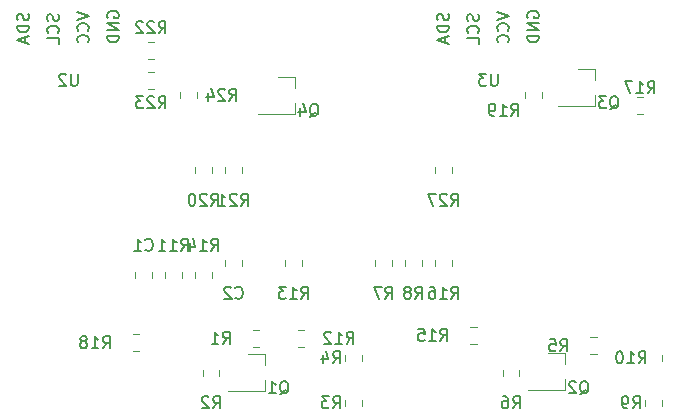
<source format=gbr>
G04 #@! TF.GenerationSoftware,KiCad,Pcbnew,5.1.5-52549c5~86~ubuntu19.04.1*
G04 #@! TF.CreationDate,2020-12-26T14:33:06+01:00*
G04 #@! TF.ProjectId,high-accuracy-logging-volt-ampmeter,68696768-2d61-4636-9375-726163792d6c,v1.0*
G04 #@! TF.SameCoordinates,Original*
G04 #@! TF.FileFunction,Legend,Bot*
G04 #@! TF.FilePolarity,Positive*
%FSLAX46Y46*%
G04 Gerber Fmt 4.6, Leading zero omitted, Abs format (unit mm)*
G04 Created by KiCad (PCBNEW 5.1.5-52549c5~86~ubuntu19.04.1) date 2020-12-26 14:33:06*
%MOMM*%
%LPD*%
G04 APERTURE LIST*
%ADD10C,0.120000*%
%ADD11C,0.150000*%
G04 APERTURE END LIST*
D10*
X167765000Y-77795000D02*
X166305000Y-77795000D01*
X167765000Y-80955000D02*
X164605000Y-80955000D01*
X167765000Y-80955000D02*
X167765000Y-80025000D01*
X167765000Y-77795000D02*
X167765000Y-78725000D01*
X154230000Y-94495252D02*
X154230000Y-93972748D01*
X155650000Y-94495252D02*
X155650000Y-93972748D01*
X157741252Y-101040000D02*
X157218748Y-101040000D01*
X157741252Y-99620000D02*
X157218748Y-99620000D01*
X141530000Y-94495252D02*
X141530000Y-93972748D01*
X142950000Y-94495252D02*
X142950000Y-93972748D01*
X142613748Y-99865000D02*
X143136252Y-99865000D01*
X142613748Y-101285000D02*
X143136252Y-101285000D01*
X151690000Y-94491552D02*
X151690000Y-93969048D01*
X153110000Y-94491552D02*
X153110000Y-93969048D01*
X149150000Y-93969048D02*
X149150000Y-94491552D01*
X150570000Y-93969048D02*
X150570000Y-94491552D01*
X129913748Y-75490000D02*
X130436252Y-75490000D01*
X129913748Y-76910000D02*
X130436252Y-76910000D01*
X161850000Y-80271252D02*
X161850000Y-79748748D01*
X163270000Y-80271252D02*
X163270000Y-79748748D01*
X132640000Y-80271252D02*
X132640000Y-79748748D01*
X134060000Y-80271252D02*
X134060000Y-79748748D01*
X129166252Y-101675000D02*
X128643748Y-101675000D01*
X129166252Y-100255000D02*
X128643748Y-100255000D01*
X136450000Y-94495252D02*
X136450000Y-93972748D01*
X137870000Y-94495252D02*
X137870000Y-93972748D01*
X130250000Y-94988748D02*
X130250000Y-95511252D01*
X128830000Y-94988748D02*
X128830000Y-95511252D01*
X133910000Y-95511252D02*
X133910000Y-94988748D01*
X135330000Y-95511252D02*
X135330000Y-94988748D01*
X132790000Y-94988748D02*
X132790000Y-95511252D01*
X131370000Y-94988748D02*
X131370000Y-95511252D01*
X171315748Y-80189000D02*
X171838252Y-80189000D01*
X171315748Y-81609000D02*
X171838252Y-81609000D01*
X129913748Y-78030000D02*
X130436252Y-78030000D01*
X129913748Y-79450000D02*
X130436252Y-79450000D01*
X161365000Y-103243748D02*
X161365000Y-103766252D01*
X159945000Y-103243748D02*
X159945000Y-103766252D01*
X138803748Y-101294000D02*
X139326252Y-101294000D01*
X138803748Y-99874000D02*
X139326252Y-99874000D01*
X167901252Y-100509000D02*
X167378748Y-100509000D01*
X167901252Y-101929000D02*
X167378748Y-101929000D01*
X134545000Y-103766252D02*
X134545000Y-103243748D01*
X135965000Y-103766252D02*
X135965000Y-103243748D01*
X172010000Y-102496252D02*
X172010000Y-101973748D01*
X173430000Y-102496252D02*
X173430000Y-101973748D01*
X172010000Y-106306252D02*
X172010000Y-105783748D01*
X173430000Y-106306252D02*
X173430000Y-105783748D01*
X146610000Y-102496252D02*
X146610000Y-101973748D01*
X148030000Y-102496252D02*
X148030000Y-101973748D01*
X146610000Y-106306252D02*
X146610000Y-105783748D01*
X148030000Y-106306252D02*
X148030000Y-105783748D01*
X142365000Y-78430000D02*
X140905000Y-78430000D01*
X142365000Y-81590000D02*
X139205000Y-81590000D01*
X142365000Y-81590000D02*
X142365000Y-80660000D01*
X142365000Y-78430000D02*
X142365000Y-79360000D01*
X165225000Y-101798000D02*
X163765000Y-101798000D01*
X165225000Y-104958000D02*
X162065000Y-104958000D01*
X165225000Y-104958000D02*
X165225000Y-104028000D01*
X165225000Y-101798000D02*
X165225000Y-102728000D01*
X139825000Y-101925000D02*
X139825000Y-102855000D01*
X139825000Y-105085000D02*
X139825000Y-104155000D01*
X139825000Y-105085000D02*
X136665000Y-105085000D01*
X139825000Y-101925000D02*
X138365000Y-101925000D01*
X154230000Y-86621252D02*
X154230000Y-86098748D01*
X155650000Y-86621252D02*
X155650000Y-86098748D01*
X136450000Y-86621252D02*
X136450000Y-86098748D01*
X137870000Y-86621252D02*
X137870000Y-86098748D01*
X133910000Y-86621252D02*
X133910000Y-86098748D01*
X135330000Y-86621252D02*
X135330000Y-86098748D01*
D11*
X123951904Y-78192380D02*
X123951904Y-79001904D01*
X123904285Y-79097142D01*
X123856666Y-79144761D01*
X123761428Y-79192380D01*
X123570952Y-79192380D01*
X123475714Y-79144761D01*
X123428095Y-79097142D01*
X123380476Y-79001904D01*
X123380476Y-78192380D01*
X122951904Y-78287619D02*
X122904285Y-78240000D01*
X122809047Y-78192380D01*
X122570952Y-78192380D01*
X122475714Y-78240000D01*
X122428095Y-78287619D01*
X122380476Y-78382857D01*
X122380476Y-78478095D01*
X122428095Y-78620952D01*
X122999523Y-79192380D01*
X122380476Y-79192380D01*
X126500000Y-73435785D02*
X126452380Y-73340547D01*
X126452380Y-73197690D01*
X126500000Y-73054833D01*
X126595238Y-72959595D01*
X126690476Y-72911976D01*
X126880952Y-72864357D01*
X127023809Y-72864357D01*
X127214285Y-72911976D01*
X127309523Y-72959595D01*
X127404761Y-73054833D01*
X127452380Y-73197690D01*
X127452380Y-73292928D01*
X127404761Y-73435785D01*
X127357142Y-73483404D01*
X127023809Y-73483404D01*
X127023809Y-73292928D01*
X127452380Y-73911976D02*
X126452380Y-73911976D01*
X127452380Y-74483404D01*
X126452380Y-74483404D01*
X127452380Y-74959595D02*
X126452380Y-74959595D01*
X126452380Y-75197690D01*
X126500000Y-75340547D01*
X126595238Y-75435785D01*
X126690476Y-75483404D01*
X126880952Y-75531023D01*
X127023809Y-75531023D01*
X127214285Y-75483404D01*
X127309523Y-75435785D01*
X127404761Y-75340547D01*
X127452380Y-75197690D01*
X127452380Y-74959595D01*
X123912380Y-72959595D02*
X124912380Y-73292928D01*
X123912380Y-73626261D01*
X124817142Y-74531023D02*
X124864761Y-74483404D01*
X124912380Y-74340547D01*
X124912380Y-74245309D01*
X124864761Y-74102452D01*
X124769523Y-74007214D01*
X124674285Y-73959595D01*
X124483809Y-73911976D01*
X124340952Y-73911976D01*
X124150476Y-73959595D01*
X124055238Y-74007214D01*
X123960000Y-74102452D01*
X123912380Y-74245309D01*
X123912380Y-74340547D01*
X123960000Y-74483404D01*
X124007619Y-74531023D01*
X124817142Y-75531023D02*
X124864761Y-75483404D01*
X124912380Y-75340547D01*
X124912380Y-75245309D01*
X124864761Y-75102452D01*
X124769523Y-75007214D01*
X124674285Y-74959595D01*
X124483809Y-74911976D01*
X124340952Y-74911976D01*
X124150476Y-74959595D01*
X124055238Y-75007214D01*
X123960000Y-75102452D01*
X123912380Y-75245309D01*
X123912380Y-75340547D01*
X123960000Y-75483404D01*
X124007619Y-75531023D01*
X122324761Y-73150071D02*
X122372380Y-73292928D01*
X122372380Y-73531023D01*
X122324761Y-73626261D01*
X122277142Y-73673880D01*
X122181904Y-73721500D01*
X122086666Y-73721500D01*
X121991428Y-73673880D01*
X121943809Y-73626261D01*
X121896190Y-73531023D01*
X121848571Y-73340547D01*
X121800952Y-73245309D01*
X121753333Y-73197690D01*
X121658095Y-73150071D01*
X121562857Y-73150071D01*
X121467619Y-73197690D01*
X121420000Y-73245309D01*
X121372380Y-73340547D01*
X121372380Y-73578642D01*
X121420000Y-73721500D01*
X122277142Y-74721500D02*
X122324761Y-74673880D01*
X122372380Y-74531023D01*
X122372380Y-74435785D01*
X122324761Y-74292928D01*
X122229523Y-74197690D01*
X122134285Y-74150071D01*
X121943809Y-74102452D01*
X121800952Y-74102452D01*
X121610476Y-74150071D01*
X121515238Y-74197690D01*
X121420000Y-74292928D01*
X121372380Y-74435785D01*
X121372380Y-74531023D01*
X121420000Y-74673880D01*
X121467619Y-74721500D01*
X122372380Y-75626261D02*
X122372380Y-75150071D01*
X121372380Y-75150071D01*
X119784761Y-73102452D02*
X119832380Y-73245309D01*
X119832380Y-73483404D01*
X119784761Y-73578642D01*
X119737142Y-73626261D01*
X119641904Y-73673880D01*
X119546666Y-73673880D01*
X119451428Y-73626261D01*
X119403809Y-73578642D01*
X119356190Y-73483404D01*
X119308571Y-73292928D01*
X119260952Y-73197690D01*
X119213333Y-73150071D01*
X119118095Y-73102452D01*
X119022857Y-73102452D01*
X118927619Y-73150071D01*
X118880000Y-73197690D01*
X118832380Y-73292928D01*
X118832380Y-73531023D01*
X118880000Y-73673880D01*
X119832380Y-74102452D02*
X118832380Y-74102452D01*
X118832380Y-74340547D01*
X118880000Y-74483404D01*
X118975238Y-74578642D01*
X119070476Y-74626261D01*
X119260952Y-74673880D01*
X119403809Y-74673880D01*
X119594285Y-74626261D01*
X119689523Y-74578642D01*
X119784761Y-74483404D01*
X119832380Y-74340547D01*
X119832380Y-74102452D01*
X119546666Y-75054833D02*
X119546666Y-75531023D01*
X119832380Y-74959595D02*
X118832380Y-75292928D01*
X119832380Y-75626261D01*
X169005238Y-81192619D02*
X169100476Y-81145000D01*
X169195714Y-81049761D01*
X169338571Y-80906904D01*
X169433809Y-80859285D01*
X169529047Y-80859285D01*
X169481428Y-81097380D02*
X169576666Y-81049761D01*
X169671904Y-80954523D01*
X169719523Y-80764047D01*
X169719523Y-80430714D01*
X169671904Y-80240238D01*
X169576666Y-80145000D01*
X169481428Y-80097380D01*
X169290952Y-80097380D01*
X169195714Y-80145000D01*
X169100476Y-80240238D01*
X169052857Y-80430714D01*
X169052857Y-80764047D01*
X169100476Y-80954523D01*
X169195714Y-81049761D01*
X169290952Y-81097380D01*
X169481428Y-81097380D01*
X168719523Y-80097380D02*
X168100476Y-80097380D01*
X168433809Y-80478333D01*
X168290952Y-80478333D01*
X168195714Y-80525952D01*
X168148095Y-80573571D01*
X168100476Y-80668809D01*
X168100476Y-80906904D01*
X168148095Y-81002142D01*
X168195714Y-81049761D01*
X168290952Y-81097380D01*
X168576666Y-81097380D01*
X168671904Y-81049761D01*
X168719523Y-81002142D01*
X155582857Y-97226380D02*
X155916190Y-96750190D01*
X156154285Y-97226380D02*
X156154285Y-96226380D01*
X155773333Y-96226380D01*
X155678095Y-96274000D01*
X155630476Y-96321619D01*
X155582857Y-96416857D01*
X155582857Y-96559714D01*
X155630476Y-96654952D01*
X155678095Y-96702571D01*
X155773333Y-96750190D01*
X156154285Y-96750190D01*
X154630476Y-97226380D02*
X155201904Y-97226380D01*
X154916190Y-97226380D02*
X154916190Y-96226380D01*
X155011428Y-96369238D01*
X155106666Y-96464476D01*
X155201904Y-96512095D01*
X153773333Y-96226380D02*
X153963809Y-96226380D01*
X154059047Y-96274000D01*
X154106666Y-96321619D01*
X154201904Y-96464476D01*
X154249523Y-96654952D01*
X154249523Y-97035904D01*
X154201904Y-97131142D01*
X154154285Y-97178761D01*
X154059047Y-97226380D01*
X153868571Y-97226380D01*
X153773333Y-97178761D01*
X153725714Y-97131142D01*
X153678095Y-97035904D01*
X153678095Y-96797809D01*
X153725714Y-96702571D01*
X153773333Y-96654952D01*
X153868571Y-96607333D01*
X154059047Y-96607333D01*
X154154285Y-96654952D01*
X154201904Y-96702571D01*
X154249523Y-96797809D01*
X154667976Y-100782380D02*
X155001309Y-100306190D01*
X155239404Y-100782380D02*
X155239404Y-99782380D01*
X154858452Y-99782380D01*
X154763214Y-99830000D01*
X154715595Y-99877619D01*
X154667976Y-99972857D01*
X154667976Y-100115714D01*
X154715595Y-100210952D01*
X154763214Y-100258571D01*
X154858452Y-100306190D01*
X155239404Y-100306190D01*
X153715595Y-100782380D02*
X154287023Y-100782380D01*
X154001309Y-100782380D02*
X154001309Y-99782380D01*
X154096547Y-99925238D01*
X154191785Y-100020476D01*
X154287023Y-100068095D01*
X152810833Y-99782380D02*
X153287023Y-99782380D01*
X153334642Y-100258571D01*
X153287023Y-100210952D01*
X153191785Y-100163333D01*
X152953690Y-100163333D01*
X152858452Y-100210952D01*
X152810833Y-100258571D01*
X152763214Y-100353809D01*
X152763214Y-100591904D01*
X152810833Y-100687142D01*
X152858452Y-100734761D01*
X152953690Y-100782380D01*
X153191785Y-100782380D01*
X153287023Y-100734761D01*
X153334642Y-100687142D01*
X142882857Y-97226380D02*
X143216190Y-96750190D01*
X143454285Y-97226380D02*
X143454285Y-96226380D01*
X143073333Y-96226380D01*
X142978095Y-96274000D01*
X142930476Y-96321619D01*
X142882857Y-96416857D01*
X142882857Y-96559714D01*
X142930476Y-96654952D01*
X142978095Y-96702571D01*
X143073333Y-96750190D01*
X143454285Y-96750190D01*
X141930476Y-97226380D02*
X142501904Y-97226380D01*
X142216190Y-97226380D02*
X142216190Y-96226380D01*
X142311428Y-96369238D01*
X142406666Y-96464476D01*
X142501904Y-96512095D01*
X141597142Y-96226380D02*
X140978095Y-96226380D01*
X141311428Y-96607333D01*
X141168571Y-96607333D01*
X141073333Y-96654952D01*
X141025714Y-96702571D01*
X140978095Y-96797809D01*
X140978095Y-97035904D01*
X141025714Y-97131142D01*
X141073333Y-97178761D01*
X141168571Y-97226380D01*
X141454285Y-97226380D01*
X141549523Y-97178761D01*
X141597142Y-97131142D01*
X146727738Y-101036380D02*
X147061071Y-100560190D01*
X147299166Y-101036380D02*
X147299166Y-100036380D01*
X146918214Y-100036380D01*
X146822976Y-100084000D01*
X146775357Y-100131619D01*
X146727738Y-100226857D01*
X146727738Y-100369714D01*
X146775357Y-100464952D01*
X146822976Y-100512571D01*
X146918214Y-100560190D01*
X147299166Y-100560190D01*
X145775357Y-101036380D02*
X146346785Y-101036380D01*
X146061071Y-101036380D02*
X146061071Y-100036380D01*
X146156309Y-100179238D01*
X146251547Y-100274476D01*
X146346785Y-100322095D01*
X145394404Y-100131619D02*
X145346785Y-100084000D01*
X145251547Y-100036380D01*
X145013452Y-100036380D01*
X144918214Y-100084000D01*
X144870595Y-100131619D01*
X144822976Y-100226857D01*
X144822976Y-100322095D01*
X144870595Y-100464952D01*
X145442023Y-101036380D01*
X144822976Y-101036380D01*
X152566666Y-97231680D02*
X152900000Y-96755490D01*
X153138095Y-97231680D02*
X153138095Y-96231680D01*
X152757142Y-96231680D01*
X152661904Y-96279300D01*
X152614285Y-96326919D01*
X152566666Y-96422157D01*
X152566666Y-96565014D01*
X152614285Y-96660252D01*
X152661904Y-96707871D01*
X152757142Y-96755490D01*
X153138095Y-96755490D01*
X151995238Y-96660252D02*
X152090476Y-96612633D01*
X152138095Y-96565014D01*
X152185714Y-96469776D01*
X152185714Y-96422157D01*
X152138095Y-96326919D01*
X152090476Y-96279300D01*
X151995238Y-96231680D01*
X151804761Y-96231680D01*
X151709523Y-96279300D01*
X151661904Y-96326919D01*
X151614285Y-96422157D01*
X151614285Y-96469776D01*
X151661904Y-96565014D01*
X151709523Y-96612633D01*
X151804761Y-96660252D01*
X151995238Y-96660252D01*
X152090476Y-96707871D01*
X152138095Y-96755490D01*
X152185714Y-96850728D01*
X152185714Y-97041204D01*
X152138095Y-97136442D01*
X152090476Y-97184061D01*
X151995238Y-97231680D01*
X151804761Y-97231680D01*
X151709523Y-97184061D01*
X151661904Y-97136442D01*
X151614285Y-97041204D01*
X151614285Y-96850728D01*
X151661904Y-96755490D01*
X151709523Y-96707871D01*
X151804761Y-96660252D01*
X150026666Y-97231680D02*
X150360000Y-96755490D01*
X150598095Y-97231680D02*
X150598095Y-96231680D01*
X150217142Y-96231680D01*
X150121904Y-96279300D01*
X150074285Y-96326919D01*
X150026666Y-96422157D01*
X150026666Y-96565014D01*
X150074285Y-96660252D01*
X150121904Y-96707871D01*
X150217142Y-96755490D01*
X150598095Y-96755490D01*
X149693333Y-96231680D02*
X149026666Y-96231680D01*
X149455238Y-97231680D01*
X130817857Y-74747380D02*
X131151190Y-74271190D01*
X131389285Y-74747380D02*
X131389285Y-73747380D01*
X131008333Y-73747380D01*
X130913095Y-73795000D01*
X130865476Y-73842619D01*
X130817857Y-73937857D01*
X130817857Y-74080714D01*
X130865476Y-74175952D01*
X130913095Y-74223571D01*
X131008333Y-74271190D01*
X131389285Y-74271190D01*
X130436904Y-73842619D02*
X130389285Y-73795000D01*
X130294047Y-73747380D01*
X130055952Y-73747380D01*
X129960714Y-73795000D01*
X129913095Y-73842619D01*
X129865476Y-73937857D01*
X129865476Y-74033095D01*
X129913095Y-74175952D01*
X130484523Y-74747380D01*
X129865476Y-74747380D01*
X129484523Y-73842619D02*
X129436904Y-73795000D01*
X129341666Y-73747380D01*
X129103571Y-73747380D01*
X129008333Y-73795000D01*
X128960714Y-73842619D01*
X128913095Y-73937857D01*
X128913095Y-74033095D01*
X128960714Y-74175952D01*
X129532142Y-74747380D01*
X128913095Y-74747380D01*
X159511904Y-78192380D02*
X159511904Y-79001904D01*
X159464285Y-79097142D01*
X159416666Y-79144761D01*
X159321428Y-79192380D01*
X159130952Y-79192380D01*
X159035714Y-79144761D01*
X158988095Y-79097142D01*
X158940476Y-79001904D01*
X158940476Y-78192380D01*
X158559523Y-78192380D02*
X157940476Y-78192380D01*
X158273809Y-78573333D01*
X158130952Y-78573333D01*
X158035714Y-78620952D01*
X157988095Y-78668571D01*
X157940476Y-78763809D01*
X157940476Y-79001904D01*
X157988095Y-79097142D01*
X158035714Y-79144761D01*
X158130952Y-79192380D01*
X158416666Y-79192380D01*
X158511904Y-79144761D01*
X158559523Y-79097142D01*
X162060000Y-73435785D02*
X162012380Y-73340547D01*
X162012380Y-73197690D01*
X162060000Y-73054833D01*
X162155238Y-72959595D01*
X162250476Y-72911976D01*
X162440952Y-72864357D01*
X162583809Y-72864357D01*
X162774285Y-72911976D01*
X162869523Y-72959595D01*
X162964761Y-73054833D01*
X163012380Y-73197690D01*
X163012380Y-73292928D01*
X162964761Y-73435785D01*
X162917142Y-73483404D01*
X162583809Y-73483404D01*
X162583809Y-73292928D01*
X163012380Y-73911976D02*
X162012380Y-73911976D01*
X163012380Y-74483404D01*
X162012380Y-74483404D01*
X163012380Y-74959595D02*
X162012380Y-74959595D01*
X162012380Y-75197690D01*
X162060000Y-75340547D01*
X162155238Y-75435785D01*
X162250476Y-75483404D01*
X162440952Y-75531023D01*
X162583809Y-75531023D01*
X162774285Y-75483404D01*
X162869523Y-75435785D01*
X162964761Y-75340547D01*
X163012380Y-75197690D01*
X163012380Y-74959595D01*
X159472380Y-72959595D02*
X160472380Y-73292928D01*
X159472380Y-73626261D01*
X160377142Y-74531023D02*
X160424761Y-74483404D01*
X160472380Y-74340547D01*
X160472380Y-74245309D01*
X160424761Y-74102452D01*
X160329523Y-74007214D01*
X160234285Y-73959595D01*
X160043809Y-73911976D01*
X159900952Y-73911976D01*
X159710476Y-73959595D01*
X159615238Y-74007214D01*
X159520000Y-74102452D01*
X159472380Y-74245309D01*
X159472380Y-74340547D01*
X159520000Y-74483404D01*
X159567619Y-74531023D01*
X160377142Y-75531023D02*
X160424761Y-75483404D01*
X160472380Y-75340547D01*
X160472380Y-75245309D01*
X160424761Y-75102452D01*
X160329523Y-75007214D01*
X160234285Y-74959595D01*
X160043809Y-74911976D01*
X159900952Y-74911976D01*
X159710476Y-74959595D01*
X159615238Y-75007214D01*
X159520000Y-75102452D01*
X159472380Y-75245309D01*
X159472380Y-75340547D01*
X159520000Y-75483404D01*
X159567619Y-75531023D01*
X157884761Y-73150071D02*
X157932380Y-73292928D01*
X157932380Y-73531023D01*
X157884761Y-73626261D01*
X157837142Y-73673880D01*
X157741904Y-73721500D01*
X157646666Y-73721500D01*
X157551428Y-73673880D01*
X157503809Y-73626261D01*
X157456190Y-73531023D01*
X157408571Y-73340547D01*
X157360952Y-73245309D01*
X157313333Y-73197690D01*
X157218095Y-73150071D01*
X157122857Y-73150071D01*
X157027619Y-73197690D01*
X156980000Y-73245309D01*
X156932380Y-73340547D01*
X156932380Y-73578642D01*
X156980000Y-73721500D01*
X157837142Y-74721500D02*
X157884761Y-74673880D01*
X157932380Y-74531023D01*
X157932380Y-74435785D01*
X157884761Y-74292928D01*
X157789523Y-74197690D01*
X157694285Y-74150071D01*
X157503809Y-74102452D01*
X157360952Y-74102452D01*
X157170476Y-74150071D01*
X157075238Y-74197690D01*
X156980000Y-74292928D01*
X156932380Y-74435785D01*
X156932380Y-74531023D01*
X156980000Y-74673880D01*
X157027619Y-74721500D01*
X157932380Y-75626261D02*
X157932380Y-75150071D01*
X156932380Y-75150071D01*
X155344761Y-73102452D02*
X155392380Y-73245309D01*
X155392380Y-73483404D01*
X155344761Y-73578642D01*
X155297142Y-73626261D01*
X155201904Y-73673880D01*
X155106666Y-73673880D01*
X155011428Y-73626261D01*
X154963809Y-73578642D01*
X154916190Y-73483404D01*
X154868571Y-73292928D01*
X154820952Y-73197690D01*
X154773333Y-73150071D01*
X154678095Y-73102452D01*
X154582857Y-73102452D01*
X154487619Y-73150071D01*
X154440000Y-73197690D01*
X154392380Y-73292928D01*
X154392380Y-73531023D01*
X154440000Y-73673880D01*
X155392380Y-74102452D02*
X154392380Y-74102452D01*
X154392380Y-74340547D01*
X154440000Y-74483404D01*
X154535238Y-74578642D01*
X154630476Y-74626261D01*
X154820952Y-74673880D01*
X154963809Y-74673880D01*
X155154285Y-74626261D01*
X155249523Y-74578642D01*
X155344761Y-74483404D01*
X155392380Y-74340547D01*
X155392380Y-74102452D01*
X155106666Y-75054833D02*
X155106666Y-75531023D01*
X155392380Y-74959595D02*
X154392380Y-75292928D01*
X155392380Y-75626261D01*
X160662857Y-81732380D02*
X160996190Y-81256190D01*
X161234285Y-81732380D02*
X161234285Y-80732380D01*
X160853333Y-80732380D01*
X160758095Y-80780000D01*
X160710476Y-80827619D01*
X160662857Y-80922857D01*
X160662857Y-81065714D01*
X160710476Y-81160952D01*
X160758095Y-81208571D01*
X160853333Y-81256190D01*
X161234285Y-81256190D01*
X159710476Y-81732380D02*
X160281904Y-81732380D01*
X159996190Y-81732380D02*
X159996190Y-80732380D01*
X160091428Y-80875238D01*
X160186666Y-80970476D01*
X160281904Y-81018095D01*
X159234285Y-81732380D02*
X159043809Y-81732380D01*
X158948571Y-81684761D01*
X158900952Y-81637142D01*
X158805714Y-81494285D01*
X158758095Y-81303809D01*
X158758095Y-80922857D01*
X158805714Y-80827619D01*
X158853333Y-80780000D01*
X158948571Y-80732380D01*
X159139047Y-80732380D01*
X159234285Y-80780000D01*
X159281904Y-80827619D01*
X159329523Y-80922857D01*
X159329523Y-81160952D01*
X159281904Y-81256190D01*
X159234285Y-81303809D01*
X159139047Y-81351428D01*
X158948571Y-81351428D01*
X158853333Y-81303809D01*
X158805714Y-81256190D01*
X158758095Y-81160952D01*
X136812738Y-80462380D02*
X137146071Y-79986190D01*
X137384166Y-80462380D02*
X137384166Y-79462380D01*
X137003214Y-79462380D01*
X136907976Y-79510000D01*
X136860357Y-79557619D01*
X136812738Y-79652857D01*
X136812738Y-79795714D01*
X136860357Y-79890952D01*
X136907976Y-79938571D01*
X137003214Y-79986190D01*
X137384166Y-79986190D01*
X136431785Y-79557619D02*
X136384166Y-79510000D01*
X136288928Y-79462380D01*
X136050833Y-79462380D01*
X135955595Y-79510000D01*
X135907976Y-79557619D01*
X135860357Y-79652857D01*
X135860357Y-79748095D01*
X135907976Y-79890952D01*
X136479404Y-80462380D01*
X135860357Y-80462380D01*
X135003214Y-79795714D02*
X135003214Y-80462380D01*
X135241309Y-79414761D02*
X135479404Y-80129047D01*
X134860357Y-80129047D01*
X126092976Y-101417380D02*
X126426309Y-100941190D01*
X126664404Y-101417380D02*
X126664404Y-100417380D01*
X126283452Y-100417380D01*
X126188214Y-100465000D01*
X126140595Y-100512619D01*
X126092976Y-100607857D01*
X126092976Y-100750714D01*
X126140595Y-100845952D01*
X126188214Y-100893571D01*
X126283452Y-100941190D01*
X126664404Y-100941190D01*
X125140595Y-101417380D02*
X125712023Y-101417380D01*
X125426309Y-101417380D02*
X125426309Y-100417380D01*
X125521547Y-100560238D01*
X125616785Y-100655476D01*
X125712023Y-100703095D01*
X124569166Y-100845952D02*
X124664404Y-100798333D01*
X124712023Y-100750714D01*
X124759642Y-100655476D01*
X124759642Y-100607857D01*
X124712023Y-100512619D01*
X124664404Y-100465000D01*
X124569166Y-100417380D01*
X124378690Y-100417380D01*
X124283452Y-100465000D01*
X124235833Y-100512619D01*
X124188214Y-100607857D01*
X124188214Y-100655476D01*
X124235833Y-100750714D01*
X124283452Y-100798333D01*
X124378690Y-100845952D01*
X124569166Y-100845952D01*
X124664404Y-100893571D01*
X124712023Y-100941190D01*
X124759642Y-101036428D01*
X124759642Y-101226904D01*
X124712023Y-101322142D01*
X124664404Y-101369761D01*
X124569166Y-101417380D01*
X124378690Y-101417380D01*
X124283452Y-101369761D01*
X124235833Y-101322142D01*
X124188214Y-101226904D01*
X124188214Y-101036428D01*
X124235833Y-100941190D01*
X124283452Y-100893571D01*
X124378690Y-100845952D01*
X137326666Y-97131142D02*
X137374285Y-97178761D01*
X137517142Y-97226380D01*
X137612380Y-97226380D01*
X137755238Y-97178761D01*
X137850476Y-97083523D01*
X137898095Y-96988285D01*
X137945714Y-96797809D01*
X137945714Y-96654952D01*
X137898095Y-96464476D01*
X137850476Y-96369238D01*
X137755238Y-96274000D01*
X137612380Y-96226380D01*
X137517142Y-96226380D01*
X137374285Y-96274000D01*
X137326666Y-96321619D01*
X136945714Y-96321619D02*
X136898095Y-96274000D01*
X136802857Y-96226380D01*
X136564761Y-96226380D01*
X136469523Y-96274000D01*
X136421904Y-96321619D01*
X136374285Y-96416857D01*
X136374285Y-96512095D01*
X136421904Y-96654952D01*
X136993333Y-97226380D01*
X136374285Y-97226380D01*
X129706666Y-93067142D02*
X129754285Y-93114761D01*
X129897142Y-93162380D01*
X129992380Y-93162380D01*
X130135238Y-93114761D01*
X130230476Y-93019523D01*
X130278095Y-92924285D01*
X130325714Y-92733809D01*
X130325714Y-92590952D01*
X130278095Y-92400476D01*
X130230476Y-92305238D01*
X130135238Y-92210000D01*
X129992380Y-92162380D01*
X129897142Y-92162380D01*
X129754285Y-92210000D01*
X129706666Y-92257619D01*
X128754285Y-93162380D02*
X129325714Y-93162380D01*
X129040000Y-93162380D02*
X129040000Y-92162380D01*
X129135238Y-92305238D01*
X129230476Y-92400476D01*
X129325714Y-92448095D01*
X135262857Y-93162380D02*
X135596190Y-92686190D01*
X135834285Y-93162380D02*
X135834285Y-92162380D01*
X135453333Y-92162380D01*
X135358095Y-92210000D01*
X135310476Y-92257619D01*
X135262857Y-92352857D01*
X135262857Y-92495714D01*
X135310476Y-92590952D01*
X135358095Y-92638571D01*
X135453333Y-92686190D01*
X135834285Y-92686190D01*
X134310476Y-93162380D02*
X134881904Y-93162380D01*
X134596190Y-93162380D02*
X134596190Y-92162380D01*
X134691428Y-92305238D01*
X134786666Y-92400476D01*
X134881904Y-92448095D01*
X133453333Y-92495714D02*
X133453333Y-93162380D01*
X133691428Y-92114761D02*
X133929523Y-92829047D01*
X133310476Y-92829047D01*
X132722857Y-93162380D02*
X133056190Y-92686190D01*
X133294285Y-93162380D02*
X133294285Y-92162380D01*
X132913333Y-92162380D01*
X132818095Y-92210000D01*
X132770476Y-92257619D01*
X132722857Y-92352857D01*
X132722857Y-92495714D01*
X132770476Y-92590952D01*
X132818095Y-92638571D01*
X132913333Y-92686190D01*
X133294285Y-92686190D01*
X131770476Y-93162380D02*
X132341904Y-93162380D01*
X132056190Y-93162380D02*
X132056190Y-92162380D01*
X132151428Y-92305238D01*
X132246666Y-92400476D01*
X132341904Y-92448095D01*
X130818095Y-93162380D02*
X131389523Y-93162380D01*
X131103809Y-93162380D02*
X131103809Y-92162380D01*
X131199047Y-92305238D01*
X131294285Y-92400476D01*
X131389523Y-92448095D01*
X172219857Y-79827380D02*
X172553190Y-79351190D01*
X172791285Y-79827380D02*
X172791285Y-78827380D01*
X172410333Y-78827380D01*
X172315095Y-78875000D01*
X172267476Y-78922619D01*
X172219857Y-79017857D01*
X172219857Y-79160714D01*
X172267476Y-79255952D01*
X172315095Y-79303571D01*
X172410333Y-79351190D01*
X172791285Y-79351190D01*
X171267476Y-79827380D02*
X171838904Y-79827380D01*
X171553190Y-79827380D02*
X171553190Y-78827380D01*
X171648428Y-78970238D01*
X171743666Y-79065476D01*
X171838904Y-79113095D01*
X170934142Y-78827380D02*
X170267476Y-78827380D01*
X170696047Y-79827380D01*
X130817857Y-81097380D02*
X131151190Y-80621190D01*
X131389285Y-81097380D02*
X131389285Y-80097380D01*
X131008333Y-80097380D01*
X130913095Y-80145000D01*
X130865476Y-80192619D01*
X130817857Y-80287857D01*
X130817857Y-80430714D01*
X130865476Y-80525952D01*
X130913095Y-80573571D01*
X131008333Y-80621190D01*
X131389285Y-80621190D01*
X130436904Y-80192619D02*
X130389285Y-80145000D01*
X130294047Y-80097380D01*
X130055952Y-80097380D01*
X129960714Y-80145000D01*
X129913095Y-80192619D01*
X129865476Y-80287857D01*
X129865476Y-80383095D01*
X129913095Y-80525952D01*
X130484523Y-81097380D01*
X129865476Y-81097380D01*
X129532142Y-80097380D02*
X128913095Y-80097380D01*
X129246428Y-80478333D01*
X129103571Y-80478333D01*
X129008333Y-80525952D01*
X128960714Y-80573571D01*
X128913095Y-80668809D01*
X128913095Y-80906904D01*
X128960714Y-81002142D01*
X129008333Y-81049761D01*
X129103571Y-81097380D01*
X129389285Y-81097380D01*
X129484523Y-81049761D01*
X129532142Y-81002142D01*
X160821666Y-106497380D02*
X161155000Y-106021190D01*
X161393095Y-106497380D02*
X161393095Y-105497380D01*
X161012142Y-105497380D01*
X160916904Y-105545000D01*
X160869285Y-105592619D01*
X160821666Y-105687857D01*
X160821666Y-105830714D01*
X160869285Y-105925952D01*
X160916904Y-105973571D01*
X161012142Y-106021190D01*
X161393095Y-106021190D01*
X159964523Y-105497380D02*
X160155000Y-105497380D01*
X160250238Y-105545000D01*
X160297857Y-105592619D01*
X160393095Y-105735476D01*
X160440714Y-105925952D01*
X160440714Y-106306904D01*
X160393095Y-106402142D01*
X160345476Y-106449761D01*
X160250238Y-106497380D01*
X160059761Y-106497380D01*
X159964523Y-106449761D01*
X159916904Y-106402142D01*
X159869285Y-106306904D01*
X159869285Y-106068809D01*
X159916904Y-105973571D01*
X159964523Y-105925952D01*
X160059761Y-105878333D01*
X160250238Y-105878333D01*
X160345476Y-105925952D01*
X160393095Y-105973571D01*
X160440714Y-106068809D01*
X136252976Y-101036380D02*
X136586309Y-100560190D01*
X136824404Y-101036380D02*
X136824404Y-100036380D01*
X136443452Y-100036380D01*
X136348214Y-100084000D01*
X136300595Y-100131619D01*
X136252976Y-100226857D01*
X136252976Y-100369714D01*
X136300595Y-100464952D01*
X136348214Y-100512571D01*
X136443452Y-100560190D01*
X136824404Y-100560190D01*
X135300595Y-101036380D02*
X135872023Y-101036380D01*
X135586309Y-101036380D02*
X135586309Y-100036380D01*
X135681547Y-100179238D01*
X135776785Y-100274476D01*
X135872023Y-100322095D01*
X164827976Y-101671380D02*
X165161309Y-101195190D01*
X165399404Y-101671380D02*
X165399404Y-100671380D01*
X165018452Y-100671380D01*
X164923214Y-100719000D01*
X164875595Y-100766619D01*
X164827976Y-100861857D01*
X164827976Y-101004714D01*
X164875595Y-101099952D01*
X164923214Y-101147571D01*
X165018452Y-101195190D01*
X165399404Y-101195190D01*
X163923214Y-100671380D02*
X164399404Y-100671380D01*
X164447023Y-101147571D01*
X164399404Y-101099952D01*
X164304166Y-101052333D01*
X164066071Y-101052333D01*
X163970833Y-101099952D01*
X163923214Y-101147571D01*
X163875595Y-101242809D01*
X163875595Y-101480904D01*
X163923214Y-101576142D01*
X163970833Y-101623761D01*
X164066071Y-101671380D01*
X164304166Y-101671380D01*
X164399404Y-101623761D01*
X164447023Y-101576142D01*
X135421666Y-106497380D02*
X135755000Y-106021190D01*
X135993095Y-106497380D02*
X135993095Y-105497380D01*
X135612142Y-105497380D01*
X135516904Y-105545000D01*
X135469285Y-105592619D01*
X135421666Y-105687857D01*
X135421666Y-105830714D01*
X135469285Y-105925952D01*
X135516904Y-105973571D01*
X135612142Y-106021190D01*
X135993095Y-106021190D01*
X135040714Y-105592619D02*
X134993095Y-105545000D01*
X134897857Y-105497380D01*
X134659761Y-105497380D01*
X134564523Y-105545000D01*
X134516904Y-105592619D01*
X134469285Y-105687857D01*
X134469285Y-105783095D01*
X134516904Y-105925952D01*
X135088333Y-106497380D01*
X134469285Y-106497380D01*
X171457857Y-102687380D02*
X171791190Y-102211190D01*
X172029285Y-102687380D02*
X172029285Y-101687380D01*
X171648333Y-101687380D01*
X171553095Y-101735000D01*
X171505476Y-101782619D01*
X171457857Y-101877857D01*
X171457857Y-102020714D01*
X171505476Y-102115952D01*
X171553095Y-102163571D01*
X171648333Y-102211190D01*
X172029285Y-102211190D01*
X170505476Y-102687380D02*
X171076904Y-102687380D01*
X170791190Y-102687380D02*
X170791190Y-101687380D01*
X170886428Y-101830238D01*
X170981666Y-101925476D01*
X171076904Y-101973095D01*
X169886428Y-101687380D02*
X169791190Y-101687380D01*
X169695952Y-101735000D01*
X169648333Y-101782619D01*
X169600714Y-101877857D01*
X169553095Y-102068333D01*
X169553095Y-102306428D01*
X169600714Y-102496904D01*
X169648333Y-102592142D01*
X169695952Y-102639761D01*
X169791190Y-102687380D01*
X169886428Y-102687380D01*
X169981666Y-102639761D01*
X170029285Y-102592142D01*
X170076904Y-102496904D01*
X170124523Y-102306428D01*
X170124523Y-102068333D01*
X170076904Y-101877857D01*
X170029285Y-101782619D01*
X169981666Y-101735000D01*
X169886428Y-101687380D01*
X170981666Y-106497380D02*
X171315000Y-106021190D01*
X171553095Y-106497380D02*
X171553095Y-105497380D01*
X171172142Y-105497380D01*
X171076904Y-105545000D01*
X171029285Y-105592619D01*
X170981666Y-105687857D01*
X170981666Y-105830714D01*
X171029285Y-105925952D01*
X171076904Y-105973571D01*
X171172142Y-106021190D01*
X171553095Y-106021190D01*
X170505476Y-106497380D02*
X170315000Y-106497380D01*
X170219761Y-106449761D01*
X170172142Y-106402142D01*
X170076904Y-106259285D01*
X170029285Y-106068809D01*
X170029285Y-105687857D01*
X170076904Y-105592619D01*
X170124523Y-105545000D01*
X170219761Y-105497380D01*
X170410238Y-105497380D01*
X170505476Y-105545000D01*
X170553095Y-105592619D01*
X170600714Y-105687857D01*
X170600714Y-105925952D01*
X170553095Y-106021190D01*
X170505476Y-106068809D01*
X170410238Y-106116428D01*
X170219761Y-106116428D01*
X170124523Y-106068809D01*
X170076904Y-106021190D01*
X170029285Y-105925952D01*
X145581666Y-102687380D02*
X145915000Y-102211190D01*
X146153095Y-102687380D02*
X146153095Y-101687380D01*
X145772142Y-101687380D01*
X145676904Y-101735000D01*
X145629285Y-101782619D01*
X145581666Y-101877857D01*
X145581666Y-102020714D01*
X145629285Y-102115952D01*
X145676904Y-102163571D01*
X145772142Y-102211190D01*
X146153095Y-102211190D01*
X144724523Y-102020714D02*
X144724523Y-102687380D01*
X144962619Y-101639761D02*
X145200714Y-102354047D01*
X144581666Y-102354047D01*
X145581666Y-106497380D02*
X145915000Y-106021190D01*
X146153095Y-106497380D02*
X146153095Y-105497380D01*
X145772142Y-105497380D01*
X145676904Y-105545000D01*
X145629285Y-105592619D01*
X145581666Y-105687857D01*
X145581666Y-105830714D01*
X145629285Y-105925952D01*
X145676904Y-105973571D01*
X145772142Y-106021190D01*
X146153095Y-106021190D01*
X145248333Y-105497380D02*
X144629285Y-105497380D01*
X144962619Y-105878333D01*
X144819761Y-105878333D01*
X144724523Y-105925952D01*
X144676904Y-105973571D01*
X144629285Y-106068809D01*
X144629285Y-106306904D01*
X144676904Y-106402142D01*
X144724523Y-106449761D01*
X144819761Y-106497380D01*
X145105476Y-106497380D01*
X145200714Y-106449761D01*
X145248333Y-106402142D01*
X143605238Y-81827619D02*
X143700476Y-81780000D01*
X143795714Y-81684761D01*
X143938571Y-81541904D01*
X144033809Y-81494285D01*
X144129047Y-81494285D01*
X144081428Y-81732380D02*
X144176666Y-81684761D01*
X144271904Y-81589523D01*
X144319523Y-81399047D01*
X144319523Y-81065714D01*
X144271904Y-80875238D01*
X144176666Y-80780000D01*
X144081428Y-80732380D01*
X143890952Y-80732380D01*
X143795714Y-80780000D01*
X143700476Y-80875238D01*
X143652857Y-81065714D01*
X143652857Y-81399047D01*
X143700476Y-81589523D01*
X143795714Y-81684761D01*
X143890952Y-81732380D01*
X144081428Y-81732380D01*
X142795714Y-81065714D02*
X142795714Y-81732380D01*
X143033809Y-80684761D02*
X143271904Y-81399047D01*
X142652857Y-81399047D01*
X166465238Y-105322619D02*
X166560476Y-105275000D01*
X166655714Y-105179761D01*
X166798571Y-105036904D01*
X166893809Y-104989285D01*
X166989047Y-104989285D01*
X166941428Y-105227380D02*
X167036666Y-105179761D01*
X167131904Y-105084523D01*
X167179523Y-104894047D01*
X167179523Y-104560714D01*
X167131904Y-104370238D01*
X167036666Y-104275000D01*
X166941428Y-104227380D01*
X166750952Y-104227380D01*
X166655714Y-104275000D01*
X166560476Y-104370238D01*
X166512857Y-104560714D01*
X166512857Y-104894047D01*
X166560476Y-105084523D01*
X166655714Y-105179761D01*
X166750952Y-105227380D01*
X166941428Y-105227380D01*
X166131904Y-104322619D02*
X166084285Y-104275000D01*
X165989047Y-104227380D01*
X165750952Y-104227380D01*
X165655714Y-104275000D01*
X165608095Y-104322619D01*
X165560476Y-104417857D01*
X165560476Y-104513095D01*
X165608095Y-104655952D01*
X166179523Y-105227380D01*
X165560476Y-105227380D01*
X141065238Y-105322619D02*
X141160476Y-105275000D01*
X141255714Y-105179761D01*
X141398571Y-105036904D01*
X141493809Y-104989285D01*
X141589047Y-104989285D01*
X141541428Y-105227380D02*
X141636666Y-105179761D01*
X141731904Y-105084523D01*
X141779523Y-104894047D01*
X141779523Y-104560714D01*
X141731904Y-104370238D01*
X141636666Y-104275000D01*
X141541428Y-104227380D01*
X141350952Y-104227380D01*
X141255714Y-104275000D01*
X141160476Y-104370238D01*
X141112857Y-104560714D01*
X141112857Y-104894047D01*
X141160476Y-105084523D01*
X141255714Y-105179761D01*
X141350952Y-105227380D01*
X141541428Y-105227380D01*
X140160476Y-105227380D02*
X140731904Y-105227380D01*
X140446190Y-105227380D02*
X140446190Y-104227380D01*
X140541428Y-104370238D01*
X140636666Y-104465476D01*
X140731904Y-104513095D01*
X155582857Y-89352380D02*
X155916190Y-88876190D01*
X156154285Y-89352380D02*
X156154285Y-88352380D01*
X155773333Y-88352380D01*
X155678095Y-88400000D01*
X155630476Y-88447619D01*
X155582857Y-88542857D01*
X155582857Y-88685714D01*
X155630476Y-88780952D01*
X155678095Y-88828571D01*
X155773333Y-88876190D01*
X156154285Y-88876190D01*
X155201904Y-88447619D02*
X155154285Y-88400000D01*
X155059047Y-88352380D01*
X154820952Y-88352380D01*
X154725714Y-88400000D01*
X154678095Y-88447619D01*
X154630476Y-88542857D01*
X154630476Y-88638095D01*
X154678095Y-88780952D01*
X155249523Y-89352380D01*
X154630476Y-89352380D01*
X154297142Y-88352380D02*
X153630476Y-88352380D01*
X154059047Y-89352380D01*
X137802857Y-89352380D02*
X138136190Y-88876190D01*
X138374285Y-89352380D02*
X138374285Y-88352380D01*
X137993333Y-88352380D01*
X137898095Y-88400000D01*
X137850476Y-88447619D01*
X137802857Y-88542857D01*
X137802857Y-88685714D01*
X137850476Y-88780952D01*
X137898095Y-88828571D01*
X137993333Y-88876190D01*
X138374285Y-88876190D01*
X137421904Y-88447619D02*
X137374285Y-88400000D01*
X137279047Y-88352380D01*
X137040952Y-88352380D01*
X136945714Y-88400000D01*
X136898095Y-88447619D01*
X136850476Y-88542857D01*
X136850476Y-88638095D01*
X136898095Y-88780952D01*
X137469523Y-89352380D01*
X136850476Y-89352380D01*
X135898095Y-89352380D02*
X136469523Y-89352380D01*
X136183809Y-89352380D02*
X136183809Y-88352380D01*
X136279047Y-88495238D01*
X136374285Y-88590476D01*
X136469523Y-88638095D01*
X135262857Y-89352380D02*
X135596190Y-88876190D01*
X135834285Y-89352380D02*
X135834285Y-88352380D01*
X135453333Y-88352380D01*
X135358095Y-88400000D01*
X135310476Y-88447619D01*
X135262857Y-88542857D01*
X135262857Y-88685714D01*
X135310476Y-88780952D01*
X135358095Y-88828571D01*
X135453333Y-88876190D01*
X135834285Y-88876190D01*
X134881904Y-88447619D02*
X134834285Y-88400000D01*
X134739047Y-88352380D01*
X134500952Y-88352380D01*
X134405714Y-88400000D01*
X134358095Y-88447619D01*
X134310476Y-88542857D01*
X134310476Y-88638095D01*
X134358095Y-88780952D01*
X134929523Y-89352380D01*
X134310476Y-89352380D01*
X133691428Y-88352380D02*
X133596190Y-88352380D01*
X133500952Y-88400000D01*
X133453333Y-88447619D01*
X133405714Y-88542857D01*
X133358095Y-88733333D01*
X133358095Y-88971428D01*
X133405714Y-89161904D01*
X133453333Y-89257142D01*
X133500952Y-89304761D01*
X133596190Y-89352380D01*
X133691428Y-89352380D01*
X133786666Y-89304761D01*
X133834285Y-89257142D01*
X133881904Y-89161904D01*
X133929523Y-88971428D01*
X133929523Y-88733333D01*
X133881904Y-88542857D01*
X133834285Y-88447619D01*
X133786666Y-88400000D01*
X133691428Y-88352380D01*
M02*

</source>
